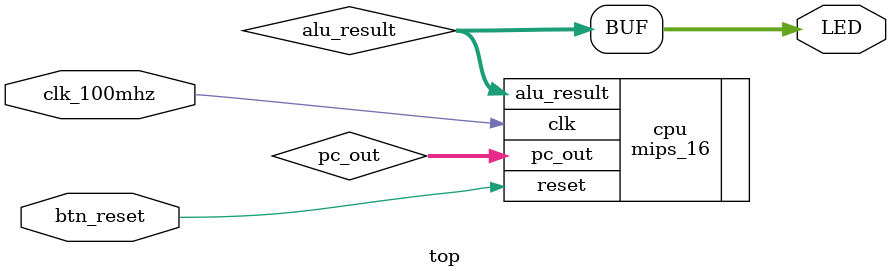
<source format=v>
`timescale 1ns / 1ps
module top(
    input clk_100mhz,     // Nexys A7 clock
    input btn_reset,      // Reset button
    output [15:0] LED     // LEDs to see CPU output
);

    wire [15:0] pc_out;
    wire [15:0] alu_result;

    // Instantiate your CPU
    mips_16 cpu(
        .clk(clk_100mhz),
        .reset(btn_reset),
        .pc_out(pc_out),
        .alu_result(alu_result)
    );

    // Show ALU result on LEDs
    assign LED = alu_result;

endmodule

</source>
